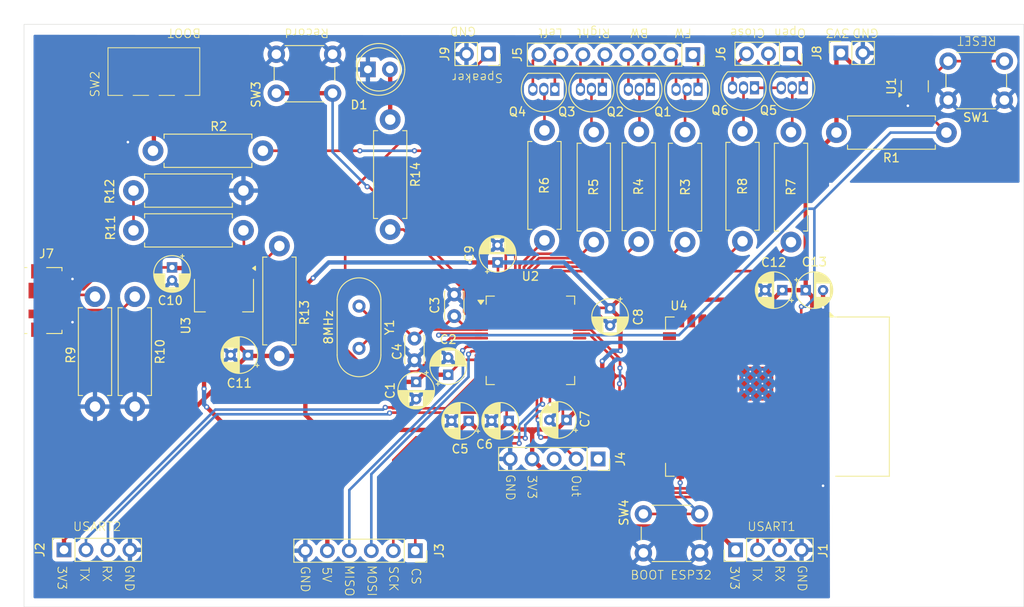
<source format=kicad_pcb>
(kicad_pcb (version 20240108) (generator "pcbnew") (generator_version "8.0")
  (layers (0 "F.Cu" signal) (31 "B.Cu" signal) (34 "B.Paste" user) (35 "F.Paste" user) (36 "B.SilkS" user "B.Silkscreen") (37 "F.SilkS" user "F.Silkscreen") (38 "B.Mask" user) (39 "F.Mask" user) (44 "Edge.Cuts" user))
  (net 0 "")
  (net 1 "+3.3V")
  (net 2 "GND")
  (net 3 "+5V")
  (net 4 "/USART1_TX")
  (net 5 "/USART1_RX")
  (net 6 "/USART2_TX")
  (net 7 "/USART2_RX")
  (net 8 "/SD MOSI")
  (net 9 "/SD MISO")
  (net 10 "/SD CS")
  (net 11 "/SD SCK")
  (net 12 "/audio")
  (net 15 "/Right_1")
  (net 16 "/Forward_1")
  (net 17 "/Backward_1")
  (net 18 "/Backward_2")
  (net 19 "/Forward_2")
  (net 20 "/Left_1")
  (net 21 "/Left_2")
  (net 22 "/Right_2")
  (net 23 "/Close_1")
  (net 24 "/Open_Close")
  (net 25 "/Open_1")
  (net 27 "Net-(J7-D+)")
  (net 28 "Net-(J7-D-)")
  (net 29 "Net-(Q1-B)")
  (net 30 "Net-(Q2-B)")
  (net 31 "Net-(Q3-B)")
  (net 32 "Net-(Q4-B)")
  (net 33 "Net-(Q5-B)")
  (net 34 "Net-(Q6-B)")
  (net 35 "/Reset")
  (net 36 "Net-(SW2-B)")
  (net 37 "Net-(R11-Pad2)")
  (net 38 "Net-(U3-ADJ)")
  (net 39 "Net-(U1-~{MR})")
  (net 49 "/Speaker")
  (net 68 "Net-(D1-A)")
  (net 102 "Net-(U2-PH0)")
  (net 103 "Net-(U2-PH1)")
  (net 104 "/Rover Forward")
  (net 105 "/Rover Backward")
  (net 106 "/Rover Right")
  (net 107 "/Rover Left")
  (net 108 "/Rover Open")
  (net 109 "/Rover Close")
  (net 110 "Net-(U2-PC13)")
  (net 111 "/BOOT STM32")
  (net 112 "/BOOT ESP32")
  (net 114 "unconnected-(R14-Pad2)")
  (footprint "Resistor_THT:R_Axial_DIN0411_L9.9mm_D3.6mm_P12.70mm_Horizontal" (layer "F.Cu") (at 130.4 67 90)
    (property "Reference" "R13")
    (property "Value" "470R")
  )
  (footprint "Connector_PinSocket_2.54mm:PinSocket_1x02_P2.54mm_Vertical" (layer "F.Cu") (at 195.26 32 90)
    (property "Reference" "J8")
    (property "Value" "Rover Power")
  )
  (footprint "Connector_PinHeader_2.54mm:PinHeader_1x04_P2.54mm_Vertical" (layer "F.Cu") (at 183.1 89.4 90)
    (property "Reference" "J1")
    (property "Value" "USART1")
  )
  (footprint "Capacitor_THT:CP_Radial_D4.0mm_P2.00mm" (layer "F.Cu") (at 156.9 74.5 180)
    (property "Reference" "C6")
    (property "Value" "0.1uF")
  )
  (footprint "Package_QFP:LQFP-64_10x10mm_P0.5mm" (layer "F.Cu") (at 159.4 65.2)
    (property "Reference" "U2")
    (property "Value" "STM32F401RETx")
  )
  (footprint "Package_TO_SOT_SMD:SOT-223-3_TabPin2" (layer "F.Cu") (at 124 60 -90)
    (property "Reference" "U3")
    (property "Value" "AMS1117")
  )
  (footprint "Button_Switch_THT:SW_PUSH_6mm" (layer "F.Cu") (at 130.05 32.15)
    (property "Reference" "SW3")
    (property "Value" "Recording")
  )
  (footprint "Connector_PinSocket_2.54mm:PinSocket_1x04_P2.54mm_Vertical" (layer "F.Cu") (at 105.52 89.4 90)
    (property "Reference" "J2")
    (property "Value" "USART2")
  )
  (footprint "Package_TO_SOT_THT:TO-92_Inline" (layer "F.Cu") (at 173.26 36.2 180)
    (property "Reference" "Q2")
    (property "Value" "~")
  )
  (footprint "Button_Switch_THT:SW_PUSH_6mm_H4.3mm" (layer "F.Cu") (at 214.15 37.45 180)
    (property "Reference" "SW1")
    (property "Value" "RESET")
  )
  (footprint "Package_TO_SOT_THT:TO-92_Inline" (layer "F.Cu") (at 167.72 36.2 180)
    (property "Reference" "Q3")
    (property "Value" "~")
  )
  (footprint "Resistor_THT:R_Axial_DIN0411_L9.9mm_D3.6mm_P12.70mm_Horizontal" (layer "F.Cu") (at 166.72 53.85 90)
    (property "Reference" "R5")
    (property "Value" "1k")
  )
  (footprint "Capacitor_THT:C_Disc_D3.0mm_W2.0mm_P2.50mm" (layer "F.Cu") (at 150.6 62.4 90)
    (property "Reference" "C3")
    (property "Value" "10pF")
  )
  (footprint "Package_TO_SOT_THT:TO-92_Inline" (layer "F.Cu") (at 162.22 36.2 180)
    (property "Reference" "Q4")
    (property "Value" "~")
  )
  (footprint "Resistor_THT:R_Axial_DIN0411_L9.9mm_D3.6mm_P12.70mm_Horizontal" (layer "F.Cu") (at 126.25 52.5 180)
    (property "Reference" "R11")
    (property "Value" "20R")
  )
  (footprint "Resistor_THT:R_Axial_DIN0411_L9.9mm_D3.6mm_P12.70mm_Horizontal" (layer "F.Cu") (at 171.92 53.8 90)
    (property "Reference" "R4")
    (property "Value" "1k")
  )
  (footprint "Capacitor_THT:CP_Radial_D4.0mm_P2.00mm" (layer "F.Cu") (at 188.5 59.4 180)
    (property "Reference" "C12")
    (property "Value" "22uF")
  )
  (footprint "Capacitor_THT:CP_Radial_D4.0mm_P2.00mm" (layer "F.Cu") (at 155.6 56.2 90)
    (property "Reference" "C9")
    (property "Value" "0.1uF")
  )
  (footprint "Connector_PinSocket_2.54mm:PinSocket_1x06_P2.54mm_Vertical" (layer "F.Cu") (at 146.1 89.5 -90)
    (property "Reference" "J3")
    (property "Value" "microSD Module")
  )
  (footprint "Capacitor_THT:CP_Radial_D4.0mm_P2.00mm" (layer "F.Cu") (at 163.5726 74.4 180)
    (property "Reference" "C7")
    (property "Value" "0.1uF")
  )
  (footprint "Package_TO_SOT_THT:TO-92_Inline" (layer "F.Cu") (at 185.285 36.025 180)
    (property "Reference" "Q6")
    (property "Value" "~")
  )
  (footprint "Resistor_THT:R_Axial_DIN0411_L9.9mm_D3.6mm_P12.70mm_Horizontal" (layer "F.Cu") (at 113.55 47.9)
    (property "Reference" "R12")
    (property "Value" "750R")
  )
  (footprint "Resistor_THT:R_Axial_DIN0411_L9.9mm_D3.6mm_P12.70mm_Horizontal" (layer "F.Cu") (at 189.5 53.85 90)
    (property "Reference" "R7")
    (property "Value" "1k")
  )
  (footprint "RF_Module:ESP32-S3-WROOM-1" (layer "F.Cu") (at 187.96 71.7 -90)
    (property "Reference" "U4")
    (property "Value" "ESP32-S3-WROOM-1")
  )
  (footprint "Resistor_THT:R_Axial_DIN0411_L9.9mm_D3.6mm_P12.70mm_Horizontal" (layer "F.Cu") (at 115.8 43.3)
    (property "Reference" "R2")
    (property "Value" "10k")
  )
  (footprint "Connector_PinSocket_2.54mm:PinSocket_1x08_P2.54mm_Vertical" (layer "F.Cu") (at 178.16 32.2 -90)
    (property "Reference" "J5")
    (property "Value" "Rover Directions")
  )
  (footprint "Package_TO_SOT_THT:TO-92_Inline" (layer "F.Cu") (at 190.915 36.025 180)
    (property "Reference" "Q5")
    (property "Value" "~")
  )
  (footprint "Resistor_THT:R_Axial_DIN0411_L9.9mm_D3.6mm_P12.70mm_Horizontal" (layer "F.Cu") (at 143.2 39.7 -90)
    (property "Reference" "R14")
    (property "Value" "1k")
  )
  (footprint "Resistor_THT:R_Axial_DIN0411_L9.9mm_D3.6mm_P12.70mm_Horizontal" (layer "F.Cu") (at 177.26 53.85 90)
    (property "Reference" "R3")
    (property "Value" "1k")
  )
  (footprint "Resistor_THT:R_Axial_DIN0411_L9.9mm_D3.6mm_P12.70mm_Horizontal" (layer "F.Cu") (at 183.9 53.75 90)
    (property "Reference" "R8")
    (property "Value" "1k")
  )
  (footprint "Package_TO_SOT_SMD:SOT-143" (layer "F.Cu") (at 203.8 35.85 90)
    (property "Reference" "U1")
    (property "Value" "MAX811SEUS+T")
  )
  (footprint "Resistor_THT:R_Axial_DIN0411_L9.9mm_D3.6mm_P12.70mm_Horizontal" (layer "F.Cu") (at 113.7 60.15 -90)
    (property "Reference" "R10")
    (property "Value" "20k")
  )
  (footprint "LED_THT:LED_D5.0mm" (layer "F.Cu") (at 140.625 33.9)
    (property "Reference" "D1")
    (property "Value" "Recording")
  )
  (footprint "Capacitor_THT:C_Disc_D3.0mm_W2.0mm_P2.50mm" (layer "F.Cu") (at 146 65 -90)
    (property "Reference" "C4")
    (property "Value" "10pF")
  )
  (footprint "Capacitor_THT:CP_Radial_D4.0mm_P2.00mm" (layer "F.Cu") (at 191.2 59.4)
    (property "Reference" "C13")
    (property "Value" "0.1uF")
  )
  (footprint "Capacitor_THT:CP_Radial_D4.0mm_P2.00mm" (layer "F.Cu") (at 146.2 70 -90)
    (property "Reference" "C1")
    (property "Value" "1uF")
  )
  (footprint "My_Personal:KLS7-SS-12F19-G5" (layer "F.Cu") (at 115.9 37.4)
    (property "Reference" "SW2")
    (property "Value" "BOOT")
  )
  (footprint "Capacitor_THT:CP_Radial_D4.0mm_P2.00mm" (layer "F.Cu") (at 126.7726 66.9 180)
    (property "Reference" "C11")
    (property "Value" "22uF")
  )
  (footprint "Capacitor_THT:CP_Radial_D4.0mm_P2.00mm" (layer "F.Cu") (at 149.9 69.1726 90)
    (property "Reference" "C2")
    (property "Value" "0.1uF")
  )
  (footprint "Crystal:Crystal_HC49-4H_Vertical" (layer "F.Cu") (at 139.6 61.25 -90)
    (property "Reference" "Y1")
    (property "Value" "8MHz")
  )
  (footprint "Capacitor_THT:CP_Radial_D4.0mm_P2.00mm" (layer "F.Cu") (at 152.2726 74.5 180)
    (property "Reference" "C5")
    (property "Value" "4.7uF")
  )
  (footprint "Connector_PinSocket_2.54mm:PinSocket_1x03_P2.54mm_Vertical" (layer "F.Cu") (at 189.44 32.1 -90)
    (property "Reference" "J6")
    (property "Value" "Rover Lid")
  )
  (footprint "Resistor_THT:R_Axial_DIN0411_L9.9mm_D3.6mm_P12.70mm_Horizontal" (layer "F.Cu") (at 207.45 41.2 180)
    (property "Reference" "R1")
    (property "Value" "100k")
  )
  (footprint "Connector_PinSocket_2.54mm:PinSocket_1x02_P2.54mm_Vertical" (layer "F.Cu") (at 154.55 32.125 -90)
    (property "Reference" "J9")
    (property "Value" "Rover Speaker")
  )
  (footprint "Resistor_THT:R_Axial_DIN0411_L9.9mm_D3.6mm_P12.70mm_Horizontal" (layer "F.Cu") (at 109.1 60.15 -90)
    (property "Reference" "R9")
    (property "Value" "20k")
  )
  (footprint "Connector_USB:USB_Micro-B_Molex_47346-0001" (layer "F.Cu") (at 103.575 60.6 -90)
    (property "Reference" "J7")
    (property "Value" "USB_B_Micro")
  )
  (footprint "Resistor_THT:R_Axial_DIN0411_L9.9mm_D3.6mm_P12.70mm_Horizontal" (layer "F.Cu") (at 161.02 53.65 90)
    (property "Reference" "R6")
    (property "Value" "1k")
  )
  (footprint "Capacitor_THT:CP_Radial_D4.0mm_P2.00mm" (layer "F.Cu") (at 168.6 61.5 -90)
    (property "Reference" "C8")
    (property "Value" "0.1uF")
  )
  (footprint "Capacitor_THT:CP_Radial_D4.0mm_P1.50mm" (layer "F.Cu") (at 118 56.777401 -90)
    (property "Reference" "C10")
    (property "Value" "10uF")
  )
  (footprint "Package_TO_SOT_THT:TO-92_Inline" (layer "F.Cu") (at 178.76 36.2 180)
    (property "Reference" "Q1")
    (property "Value" "~")
  )
  (footprint "Button_Switch_THT:SW_PUSH_6mm" (layer "F.Cu") (at 178.95 89.75 180)
    (property "Reference" "SW4")
    (property "Value" "Boot ESP32")
  )
  (footprint "Connector_PinSocket_2.54mm:PinSocket_1x05_P2.54mm_Vertical" (layer "F.Cu") (at 167.22 78.9 -90)
    (property "Reference" "J4")
    (property "Value" "MAX9814")
  )
  (gr_rect (start 100.9 28.7) (end 216.4 96) (stroke (width 0.05)) (fill none) (layer "Edge.Cuts"))
  (gr_text "Record" (at 136.2 29.1 180) (layer "F.SilkS") (effects (font (size 1 1) (thickness 0.1)) (justify left bottom)))
  (gr_text "GND" (at 132.8 91.2 -90) (layer "F.SilkS") (effects (font (size 1 1) (thickness 0.1)) (justify left bottom)))
  (gr_text "USART2" (at 106.5 87.3 0) (layer "F.SilkS") (effects (font (size 1 1) (thickness 0.1)) (justify left bottom)))
  (gr_text "MOSI" (at 140.5 91.1 -90) (layer "F.SilkS") (effects (font (size 1 1) (thickness 0.1)) (justify left bottom)))
  (gr_text "GND" (at 112.5 91.1 -90) (layer "F.SilkS") (effects (font (size 1 1) (thickness 0.1)) (justify left bottom)))
  (gr_text "RESET" (at 213.3 30 180) (layer "F.SilkS") (effects (font (size 1 1) (thickness 0.1)) (justify left bottom)))
  (gr_text "GND" (at 199.7 29.1 180) (layer "F.SilkS") (effects (font (size 1 1) (thickness 0.1)) (justify left bottom)))
  (gr_text "Speaker" (at 156.3 34.3 180) (layer "F.SilkS") (effects (font (size 1 1) (thickness 0.1)) (justify left bottom)))
  (gr_text "RX" (at 187.6 91.1 -90) (layer "F.SilkS") (effects (font (size 1 1) (thickness 0.1)) (justify left bottom)))
  (gr_text "3V3" (at 159 80.7 -90) (layer "F.SilkS") (effects (font (size 1 1) (thickness 0.1)) (justify left bottom)))
  (gr_text "Close" (at 186.6 29.1 180) (layer "F.SilkS") (effects (font (size 1 1) (thickness 0.1)) (justify left bottom)))
  (gr_text "BOOT ESP32" (at 170.9 92.9 0) (layer "F.SilkS") (effects (font (size 1 1) (thickness 0.1)) (justify left bottom)))
  (gr_text "GND" (at 153.2 28.9 180) (layer "F.SilkS") (effects (font (size 1 1) (thickness 0.1)) (justify left bottom)))
  (gr_text "3V3" (at 104.7 91.2 -90) (layer "F.SilkS") (effects (font (size 1 1) (thickness 0.1)) (justify left bottom)))
  (gr_text "Out" (at 164.1 80.7 -90) (layer "F.SilkS") (effects (font (size 1 1) (thickness 0.1)) (justify left bottom)))
  (gr_text "USART1" (at 184.4 87.3 0) (layer "F.SilkS") (effects (font (size 1 1) (thickness 0.1)) (justify left bottom)))
  (gr_text "5V" (at 135.3 91.3 270) (layer "F.SilkS") (effects (font (size 1 1) (thickness 0.1)) (justify left bottom)))
  (gr_text "BW" (at 173.1 29.1 180) (layer "F.SilkS") (effects (font (size 1 1) (thickness 0.1)) (justify left bottom)))
  (gr_text "TX" (at 107.3 91.3 -90) (layer "F.SilkS") (effects (font (size 1 1) (thickness 0.1)) (justify left bottom)))
  (gr_text "3V3" (at 182.4 91.2 -90) (layer "F.SilkS") (effects (font (size 1 1) (thickness 0.1)) (justify left bottom)))
  (gr_text "Right" (at 168.7 29.1 180) (layer "F.SilkS") (effects (font (size 1 1) (thickness 0.1)) (justify left bottom)))
  (gr_text "Left" (at 163.2 29.1 180) (layer "F.SilkS") (effects (font (size 1 1) (thickness 0.1)) (justify left bottom)))
  (gr_text "GND" (at 190.2 91.1 -90) (layer "F.SilkS") (effects (font (size 1 1) (thickness 0.1)) (justify left bottom)))
  (gr_text "FW" (at 178.1 29.1 180) (layer "F.SilkS") (effects (font (size 1 1) (thickness 0.1)) (justify left bottom)))
  (gr_text "3V3" (at 196.3 29.1 180) (layer "F.SilkS") (effects (font (size 1 1) (thickness 0.1)) (justify left bottom)))
  (gr_text "Open" (at 191.3 29.1 180) (layer "F.SilkS") (effects (font (size 1 1) (thickness 0.1)) (justify left bottom)))
  (gr_text "RX" (at 109.9 91.1 -90) (layer "F.SilkS") (effects (font (size 1 1) (thickness 0.1)) (justify left bottom)))
  (gr_text "TX" (at 185 91.3 -90) (layer "F.SilkS") (effects (font (size 1 1) (thickness 0.1)) (justify left bottom)))
  (gr_text "SCK" (at 143 91.2 -90) (layer "F.SilkS") (effects (font (size 1 1) (thickness 0.1)) (justify left bottom)))
  (gr_text "MISO" (at 137.9 91.1 -90) (layer "F.SilkS") (effects (font (size 1 1) (thickness 0.1)) (justify left bottom)))
  (gr_text "GND" (at 156.5 80.6 -90) (layer "F.SilkS") (effects (font (size 1 1) (thickness 0.1)) (justify left bottom)))
  (gr_text "BOOT" (at 121.4 29.1 180) (layer "F.SilkS") (effects (font (size 1 1) (thickness 0.1)) (justify left bottom)))
  (gr_text "CS" (at 145.6 91.4 -90) (layer "F.SilkS") (effects (font (size 1 1) (thickness 0.1)) (justify left bottom)))
  (segment (start 124 63.15) (end 124 56.85) (width 0.5) (layer "F.Cu") (net 1))
  (segment (start 194.75 41.2) (end 194.75 32.51) (width 0.5) (layer "F.Cu") (net 1))
  (segment (start 159.2 75.5) (end 159.6 75.9) (width 0.5) (layer "F.Cu") (net 1))
  (segment (start 133.9 70) (end 133.4 69.5) (width 0.5) (layer "F.Cu") (net 1))
  (segment (start 124 63.15) (end 124 64.1274) (width 0.5) (layer "F.Cu") (net 1))
  (segment (start 194.75 32.51) (end 195.26 32) (width 0.3) (layer "F.Cu") (net 1))
  (segment (start 156.65 70.875) (end 156.65 74.25) (width 0.3) (layer "F.Cu") (net 1))
  (segment (start 156.65 74.25) (end 156.9 74.5) (width 0.3) (layer "F.Cu") (net 1))
  (segment (start 159.6 75.9) (end 159.6 75.5) (width 0.5) (layer "F.Cu") (net 1))
  (segment (start 133.4 70) (end 133.4 70.5) (width 0.5) (layer "F.Cu") (net 1))
  (segment (start 165.075 61.45) (end 168.55 61.45) (width 0.3) (layer "F.Cu") (net 1))
  (segment (start 169.8 62.7) (end 169.8 66.4) (width 0.5) (layer "F.Cu") (net 1))
  (segment (start 168.6 61.5) (end 169.6 60.5) (width 0.5) (layer "F.Cu") (net 1))
  (segment (start 133.4 73.8) (end 135.15 75.55) (width 0.5) (layer "F.Cu") (net 1))
  (segment (start 162.4726 75.5) (end 163.5726 74.4) (width 0.5) (layer "F.Cu") (net 1))
  (segment (start 159.6 78.9) (end 159.6 75.9) (width 0.5) (layer "F.Cu") (net 1))
  (segment (start 149.9 69.1726) (end 147.0274 69.1726) (width 0.5) (layer "F.Cu") (net 1))
  (segment (start 157 74.5) (end 157.1726 74.5) (width 0.5) (layer "F.Cu") (net 1))
  (segment (start 155.8 75.6) (end 153.3726 75.6) (width 0.5) (layer "F.Cu") (net 1))
  (segment (start 153.725 67.45) (end 151.6226 67.45) (width 0.3) (layer "F.Cu") (net 1))
  (segment (start 157.9 75.5) (end 159.2 75.5) (width 0.5) (layer "F.Cu") (net 1))
  (segment (start 153.3726 75.6) (end 152.2726 74.5) (width 0.5) (layer "F.Cu") (net 1))
  (segment (start 155.15 61.45) (end 155.65 60.95) (width 0.3) (layer "F.Cu") (net 1))
  (segment (start 129.2 63.15) (end 129.2 63.1) (width 0.5) (layer "F.Cu") (net 1))
  (segment (start 133.4 69.5) (end 133.4 70) (width 0.5) (layer "F.Cu") (net 1))
  (segment (start 163.15 70.875) (end 163.15 73.9774) (width 0.3) (layer "F.Cu") (net 1))
  (segment (start 124 64.1274) (end 126.6726 66.8) (width 0.5) (layer "F.Cu") (net 1))
  (segment (start 152.4 56.2) (end 155.6 56.2) (width 0.5) (layer "F.Cu") (net 1))
  (segment (start 167.4 86.7) (end 159.6 78.9) (width 0.5) (layer "F.Cu") (net 1))
  (segment (start 163.15 73.9774) (end 163.5726 74.4) (width 0.3) (layer "F.Cu") (net 1))
  (segment (start 187.4 60.5) (end 188.5 59.4) (width 0.5) (layer "F.Cu") (net 1))
  (segment (start 155.65 56.25) (end 155.6 56.2) (width 0.3) (layer "F.Cu") (net 1))
  (segment (start 105.52 88.1526) (end 105.52 89.4) (width 0.5) (layer "F.Cu") (net 1))
  (segment (start 126.8726 67) (end 126.6726 66.8) (width 0.5) (layer "F.Cu") (net 1))
  (segment (start 134.1 70) (end 133.9 70) (width 0.5) (layer "F.Cu") (net 1))
  (segment (start 160.1 75.5) (end 162.4726 75.5) (width 0.5) (layer "F.Cu") (net 1))
  (segment (start 202.85 34.85) (end 198.11 34.85) (width 0.5) (layer "F.Cu") (net 1))
  (segment (start 130.4 67) (end 132.4 67) (width 0.5) (layer "F.Cu") (net 1))
  (segment (start 151.2226 75.55) (end 152.2726 74.5) (width 0.5) (layer "F.Cu") (net 1))
  (segment (start 135.15 75.55) (end 151.2226 75.55) (width 0.5) (layer "F.Cu") (net 1))
  (segment (start 129.2 63.1) (end 134.3 58) (width 0.5) (layer "F.Cu") (net 1))
  (segment (start 133.9 70) (end 133.4 70.5) (width 0.5) (layer "F.Cu") (net 1))
  (segment (start 152.2726 74.5) (end 152.2726 74.5726) (width 0.5) (layer "F.Cu") (net 1))
  (segment (start 133.4 68) (end 133.4 69.5) (width 0.5) (layer "F.Cu") (net 1))
  (segment (start 191.2 59.4) (end 191.95 60.15) (width 0.5) (layer "F.Cu") (net 1))
  (segment (start 198.11 34.85) (end 195.26 32) (width 0.5) (layer "F.Cu") (net 1))
  (segment (start 124 63.15) (end 129.2 63.15) (width 0.5) (layer "F.Cu") (net 1))
  (segment (start 146.2 70) (end 134.1 70) (width 0.5) (layer "F.Cu") (net 1))
  (segment (start 159.6 75.5) (end 160.1 75.5) (width 0.5) (layer "F.Cu") (net 1))
  (segment (start 153.725 61.45) (end 155.15 61.45) (width 0.3) (layer "F.Cu") (net 1))
  (segment (start 168.55 61.45) (end 168.6 61.5) (width 0.3) (layer "F.Cu") (net 1))
  (segment (start 156.9 74.5) (end 157.9 75.5) (width 0.5) (layer "F.Cu") (net 1))
  (segment (start 156.9 74.5) (end 155.8 75.6) (width 0.5) (layer "F.Cu") (net 1))
  (segment (start 147.0274 69.1726) (end 146.2 70) (width 0.5) (layer "F.Cu") (net 1))
  (segment (start 105.52 89.28) (end 105.52 89.4) (width 0.5) (layer "F.Cu") (net 1))
  (segment (start 133.4 70.5) (end 133.4 73.8) (width 0.5) (layer "F.Cu") (net 1))
  (segment (start 155.65 59.525) (end 155.65 56.25) (width 0.3) (layer "F.Cu") (net 1))
  (segment (start 159.6 75.9) (end 160 75.5) (width 0.5) (layer "F.Cu") (net 1))
  (segment (start 168.6 61.5) (end 169.8 62.7) (width 0.5) (layer "F.Cu") (net 1))
  (segment (start 191.2 44.75) (end 194.75 41.2) (width 0.5) (layer "F.Cu") (net 1))
  (segment (start 149.8 69.0726) (end 149.9 69.1726) (width 0.5) (layer "F.Cu") (net 1))
  (segment (start 183.1 89.4) (end 180.4 86.7) (width 0.5) (layer "F.Cu") (net 1))
  (segment (start 132.4 67) (end 133.4 68) (width 0.5) (layer "F.Cu") (net 1))
  (segment (start 191.95 60.15) (end 191.95 62.95) (width 0.5) (layer "F.Cu") (net 1))
  (segment (start 151.6226 67.45) (end 149.9 69.1726) (width 0.3) (layer "F.Cu") (net 1))
  (segment (start 130.4 67) (end 126.8726 67) (width 0.5) (layer "F.Cu") (net 1))
  (segment (start 159.2 75.5) (end 159.6 75.5) (width 0.5) (layer "F.Cu") (net 1))
  (segment (start 134.1 70) (end 133.4 70) (width 0.5) (layer "F.Cu") (net 1))
  (segment (start 191.2 59.4) (end 191.2 44.75) (width 0.5) (layer "F.Cu") (net 1))
  (segment (start 169.6 60.5) (end 187.4 60.5) (width 0.5) (layer "F.Cu") (net 1))
  (segment (start 167.7 67.6) (end 167.7 70.2726) (width 0.5) (layer "F.Cu") (net 1))
  (segment (start 118.9 51.75) (end 124 56.85) (width 0.5) (layer "F.Cu") (net 1))
  (segment (start 160 75.5) (end 160.1 75.5) (width 0.5) (layer "F.Cu") (net 1))
  (segment (start 118.9 37.4) (end 118.9 51.75) (width 0.5) (layer "F.Cu") (net 1))
  (segment (start 188.5 59.4) (end 191.2 59.4) (width 0.5) (layer "F.Cu") (net 1))
  (segment (start 126.7726 66.9) (end 105.52 88.1526) (width 0.5) (layer "F.Cu") (net 1))
  (segment (start 155.65 60.95) (end 155.65 59.525) (width 0.3) (layer "F.Cu") (net 1))
  (segment (start 180.4 86.7) (end 167.4 86.7) (width 0.5) (layer "F.Cu") (net 1))
  (segment (start 167.7 70.2726) (end 163.5726 74.4) (width 0.5) (layer "F.Cu") (net 1))
  (via (at 167.7 67.6) (size 0.6) (drill 0.3) (layers "F.Cu" "B.Cu") (net 1))
  (via (at 169.8 66.4) (size 0.6) (drill 0.3) (layers "F.Cu" "B.Cu") (net 1))
  (via (at 134.3 58) (size 0.6) (drill 0.3) (layers "F.Cu" "B.Cu") (net 1))
  (via (at 152.4 56.2) (size 0.6) (drill 0.3) (layers "F.Cu" "B.Cu") (net 1))
  (segment (start 163.3 56.2) (end 168.6 61.5) (width 0.5) (layer "B.Cu") (net 1))
  (segment (start 168.9 66.4) (end 167.7 67.6) (width 0.5) (layer "B.Cu") (net 1))
  (segment (start 169.8 66.4) (end 168.9 66.4) (width 0.5) (layer "B.Cu") (net 1))
  (segment (start 136.1 56.2) (end 134.3 58) (width 0.5) (layer "B.Cu") (net 1))
  (segment (start 155.6 56.2) (end 163.3 56.2) (width 0.5) (layer "B.Cu") (net 1))
  (segment (start 152.4 56.2) (end 136.1 56.2) (width 0.5) (layer "B.Cu") (net 1))
  (segment (start 104.95 63.0875) (end 106.4875 63.0875) (width 0.5) (layer "F.Cu") (net 2))
  (segment (start 161.39688 69.75) (end 162.40312 69.75) (width 0.3) (layer "F.Cu") (net 2))
  (segment (start 161.5726 74.4) (end 162.65 73.3226) (width 0.3) (layer "F.Cu") (net 2))
  (segment (start 106.5 58.1125) (end 104.95 58.1125) (width 0.5) (layer "F.Cu") (net 2))
  (segment (start 193.22 81.98) (end 193.2 82) (width 0.5) (layer "F.Cu") (net 2))
  (segment (start 193.2 59.4) (end 193.2 61.4) (width 0.5) (layer "F.Cu") (net 2))
  (segment (start 156.15 70.875) (end 156.15 73.25) (width 0.3) (layer "F.Cu") (net 2))
  (segment (start 193.2 62.93) (end 193.22 62.95) (width 0.5) (layer "F.Cu") (net 2))
  (segment (start 193.2 61.4) (end 193.2 62.93) (width 0.5) (layer "F.Cu") (net 2))
  (segment (start 102.375 57.225) (end 102.375 58.1) (width 0.5) (layer "F.Cu") (net 2))
  (segment (start 162.40312 69.75) (end 162.65 69.99688) (width 0.3) (layer "F.Cu") (net 2))
  (segment (start 156.15 68.49688) (end 156.15 70.875) (width 0.3) (layer "F.Cu") (net 2))
  (segment (start 193.22 80.45) (end 193.22 81.98) (width 0.5) (layer "F.Cu") (net 2))
  (segment (start 106.4875 63.0875) (end 106.5 63.1) (width 0.5) (layer "F.Cu") (net 2))
  (segment (start 105.035 61.9) (end 105.035 63.0025) (width 0.3) (layer "F.Cu") (net 2))
  (segment (start 102.3875 58.1125) (end 102.375 58.1) (width 0.5) (layer "F.Cu") (net 2))
  (segment (start 162.65 73.3226) (end 162.65 70.875) (width 0.3) (layer "F.Cu") (net 2))
  (segment (start 102.3875 63.0875) (end 102.375 63.1) (width 0.5) (layer "F.Cu") (net 2))
  (segment (start 154.60312 66.95) (end 156.15 68.49688) (width 0.3) (layer "F.Cu") (net 2))
  (segment (start 203.05 38.05) (end 203 38.1) (width 0.5) (layer "F.Cu") (net 2))
  (segment (start 161.15 70.875) (end 161.15 69.99688) (width 0.3) (layer "F.Cu") (net 2))
  (segment (start 153.725 66.95) (end 154.60312 66.95) (width 0.3) (layer "F.Cu") (net 2))
  (segment (start 156.15 59.525) (end 156.15 57.55) (width 0.3) (layer "F.Cu") (net 2))
  (segment (start 102.375 63.975) (end 102.375 63.1) (width 0.5) (layer "F.Cu") (net 2))
  (segment (start 156.15 57.55) (end 156.55 57.15) (width 0.3) (layer "F.Cu") (net 2))
  (segment (start 162.65 69.99688) (end 162.65 70.875) (width 0.3) (layer "F.Cu") (net 2))
  (segment (start 156.55 57.15) (end 156.55 55.15) (width 0.3) (layer "F.Cu") (net 2))
  (segment (start 165.075 61.95) (end 167.05 61.95) (width 0.3) (layer "F.Cu") (net 2))
  (segment (start 105.035 63.0025) (end 104.95 63.0875) (width 0.3) (layer "F.Cu") (net 2))
  (segment (start 156.55 55.15) (end 155.6 54.2) (width 0.3) (layer "F.Cu") (net 2))
  (segment (start 167.05 61.95) (end 168.6 63.5) (width 0.3) (layer "F.Cu") (net 2))
  (segment (start 102.375 59.45) (end 102.375 62.15) (width 0.5) (layer "F.Cu") (net 2))
  (segment (start 161.15 69.99688) (end 161.39688 69.75) (width 0.3) (layer "F.Cu") (net 2))
  (segment (start 203.05 36.85) (end 203.05 38.05) (width 0.5) (layer "F.Cu") (net 2))
  (segment (start 112.9 37.4) (end 112.9 42.3) (width 0.5) (layer "F.Cu") (net 2))
  (segment (start 102.375 63.1) (end 102.375 62.15) (width 0.5) (layer "F.Cu") (net 2))
  (segment (start 156.15 73.25) (end 154.9 74.5) (width 0.3) (layer "F.Cu") (net 2))
  (segment (start 104.95 63.0875) (end 102.3875 63.0875) (width 0.5) (layer "F.Cu") (net 2))
  (segment (start 102.375 58.1) (end 102.375 59.45) (width 0.5) (layer "F.Cu") (net 2))
  (segment (start 104.95 58.1125) (end 102.3875 58.1125) (width 0.5) (layer "F.Cu") (net 2))
  (via (at 203 38.1) (size 0.6) (drill 0.3) (layers "F.Cu" "B.Cu") (net 2))
  (via (at 193.2 82) (size 0.6) (drill 0.3) (layers "F.Cu" "B.Cu") (net 2))
  (via (at 193.2 61.4) (size 0.6) (drill 0.3) (layers "F.Cu" "B.Cu") (net 2))
  (via (at 106.5 58.1125) (size 0.6) (drill 0.3) (layers "F.Cu" "B.Cu") (net 2))
  (via (at 106.5 63.1) (size 0.6) (drill 0.3) (layers "F.Cu" "B.Cu") (net 2))
  (via (at 112.9 42.3) (size 0.6) (drill 0.3) (layers "F.Cu" "B.Cu") (net 2))
  (segment (start 121.7 62.199226) (end 121.7 56.85) (width 0.5) (layer "F.Cu") (net 3))
  (segment (start 107.757968 59.3) (end 110.280567 56.777401) (width 0.3) (layer "F.Cu") (net 3))
  (segment (start 121.65 62.249226) (end 121.7 62.199226) (width 0.5) (layer "F.Cu") (net 3))
  (segment (start 118.072599 56.85) (end 118 56.777401) (width 0.3) (layer "F.Cu") (net 3))
  (segment (start 121.7 56.85) (end 118.072599 56.85) (width 0.5) (layer "F.Cu") (net 3))
  (segment (start 135.94 86.84) (end 122 72.9) (width 0.5) (layer "F.Cu") (net 3))
  (segment (start 121.627401 56.777401) (end 121.7 56.85) (width 0.3) (layer "F.Cu") (net 3))
  (segment (start 121.7 64.100774) (end 121.65 64.050774) (width 0.5) (layer "F.Cu") (net 3))
  (segment (start 110.280567 56.777401) (end 118 56.777401) (width 0.3) (layer "F.Cu") (net 3))
  (segment (start 135.94 89.5) (end 135.94 86.84) (width 0.5) (layer "F.Cu") (net 3))
  (segment (start 121.7 70.8) (end 121.7 64.100774) (width 0.5) (layer "F.Cu") (net 3))
  (segment (start 105.035 59.3) (end 107.757968 59.3) (width 0.3) (layer "F.Cu") (net 3))
  (segment (start 121.65 64.050774) (end 121.65 62.249226) (width 0.5) (layer "F.Cu") (net 3))
  (via (at 121.7 70.8) (size 0.6) (drill 0.3) (layers "F.Cu" "B.Cu") (net 3))
  (via (at 122 72.9) (size 0.6) (drill 0.3) (layers "F.Cu" "B.Cu") (net 3))
  (segment (start 121.7 70.8) (end 121.7 72.6) (width 0.5) (layer "B.Cu") (net 3))
  (segment (start 121.7 72.6) (end 122 72.9) (width 0.5) (layer "B.Cu") (net 3))
  (segment (start 169 69) (end 169 69.7) (width 0.3) (layer "F.Cu") (net 4))
  (segment (start 169.699999 69.3) (end 169.3 69.3) (width 0.3) (layer "F.Cu") (net 4))
  (segment (start 169.699999 69.3) (end 169.4 69.3) (width 0.3) (layer "F.Cu") (net 4))
  (segment (start 169.4 69.3) (end 169 69.7) (width 0.3) (layer "F.Cu") (net 4))
  (segment (start 173.992893 83.3) (end 184.2 83.3) (width 0.3) (layer "F.Cu") (net 4))
  (segment (start 169.3 69.3) (end 169 69) (width 0.3) (layer "F.Cu") (net 4))
  (segment (start 170.4 78.292894) (end 170.4 69.7) (width 0.3) (layer "F.Cu") (net 4))
  (segment (start 174.407106 82.3) (end 170.4 78.292894) (width 0.3) (layer "F.Cu") (net 4))
  (segment (start 170 69.3) (end 169.699999 69.3) (width 0.3) (layer "F.Cu") (net 4))
  (segment (start 188.14 81.5) (end 187.34 82.3) (width 0.3) (layer "F.Cu") (net 4))
  (segment (start 169 67.3) (end 166.15 64.45) (width 0.3) (layer "F.Cu") (net 4))
  (segment (start 169 69.7) (end 169 78.307107) (width 0.3) (layer "F.Cu") (net 4))
  (segment (start 187.34 82.3) (end 174.407106 82.3) (width 0.3) (layer "F.Cu") (net 4))
  (segment (start 169 78.307107) (end 173.992893 83.3) (width 0.3) (layer "F.Cu") (net 4))
  (segment (start 169.699999 69.3) (end 169 69.3) (width 0.3) (layer "F.Cu") (net 4))
  (segment (start 188.14 80.45) (end 188.14 81.5) (width 0.3) (layer "F.Cu") (net 4))
  (segment (start 169 68.6) (end 169 67.3) (width 0.3) (layer "F.Cu") (net 4))
  (segment (start 166.15 64.45) (end 165.075 64.45) (width 0.3) (layer "F.Cu") (net 4))
  (segment (start 184.2 83.3) (end 185.64 84.74) (width 0.3) (layer "F.Cu") (net 4))
  (segment (start 170.4 69.7) (end 170 69.3) (width 0.3) (layer "F.Cu") (net 4))
  (segment (start 169 68.6) (end 169 69) (width 0.3) (layer "F.Cu") (net 4))
  (segment (start 185.64 84.74) (end 185.64 89.4) (width 0.3) (layer "F.Cu") (net 4))
  (segment (start 188.18 83.2) (end 188.18 83.18) (width 0.3) (layer "F.Cu") (net 5))
  (segment (start 165.075 63.95) (end 166.357106 63.95) (width 0.3) (layer "F.Cu") (net 5))
  (segment (start 174.2 82.8) (end 169.69038 78.29038) (width 0.3) (layer "F.Cu") (net 5))
  (segment (start 188.18 89.4) (end 188.18 83.2) (width 0.3) (layer "F.Cu") (net 5))
  (segment (start 186.7 82.8) (end 174.2 82.8) (width 0.3) (layer "F.Cu") (net 5))
  (segment (start 166.357106 63.95) (end 166.803553 64.396447) (width 0.3) (layer "F.Cu") (net 5))
  (segment (start 188.5 82.8) (end 189.41 81.89) (width 0.3) (layer "F.Cu") (net 5))
  (segment (start 188.18 83.2) (end 188.18 83.12) (width 0.3) (layer "F.Cu") (net 5))
  (segment (start 166.803553 64.396447) (end 169.75 67.342894) (width 0.3) (layer "F.Cu") (net 5))
  (segment (start 169.75 67.342894) (end 169.75 68.4) (width 0.3) (layer "F.Cu") (net 5))
  (segment (start 188.18 83.18) (end 187.8 82.8) (width 0.3) (layer "F.Cu") (net 5))
  (segment (start 169.69038 78.29038) (end 169.69038 70.20962) (width 0.3) (layer "F.Cu") (net 5))
  (segment (start 189.41 81.89) (end 189.41 80.45) (width 0.3) (layer "F.Cu") (net 5))
  (segment (start 186.7 82.8) (end 188.5 82.8) (width 0.3) (layer "F.Cu") (net 5))
  (segment (start 188.18 83.12) (end 188.5 82.8) (width 0.3) (layer "F.Cu") (net 5))
  (segment (start 187.8 82.8) (end 186.7 82.8) (width 0.3) (layer "F.Cu") (net 5))
  (via (at 169.75 68.4) (size 0.6) (drill 0.3) (layers "F.Cu" "B.Cu") (net 5))
  (via (at 169.69038 70.20962) (size 0.6) (drill 0.3) (layers "F.Cu" "B.Cu") (net 5))
  (segment (start 169.75 68.4) (end 169.75 70.15) (width 0.3) (layer "B.Cu") (net 5))
  (segment (start 169.75 70.15) (end 169.69038 70.20962) (width 0.3) (layer "B.Cu") (net 5))
  (segment (start 142.63076 72.95) (end 143.398409 72.95) (width 0.3) (layer "F.Cu") (net 6))
  (segment (start 143.398409 72.95) (end 143.498409 73.05) (width 0.3) (layer "F.Cu") (net 6))
  (segment (start 143.498409 73.05) (end 149.625 73.05) (width 0.3) (layer "F.Cu") (net 6))
  (segment (start 149.625 73.05) (end 153.725 68.95) (width 0.3) (layer "F.Cu") (net 6))
  (via (at 142.63076 72.95) (size 0.6) (drill 0.3) (layers "F.Cu" "B.Cu") (net 6))
  (segment (start 123 73.2) (end 108.06 88.14) (width 0.3) (layer "B.Cu") (net 6))
  (segment (start 142.38076 73.2) (end 123 73.2) (width 0.3) (layer "B.Cu") (net 6))
  (segment (start 108.06 88.14) (end 108.06 89.4) (width 0.3) (layer "B.Cu") (net 6))
  (segment (start 142.63076 72.95) (end 142.38076 73.2) (width 0.3) (layer "B.Cu") (net 6))
  (segment (start 154.25 73.55) (end 155.65 72.15) (width 0.3) (layer "F.Cu") (net 7))
  (segment (start 143.12917 73.6) (end 143.17917 73.55) (width 0.3) (layer "F.Cu") (net 7))
  (segment (start 155.65 72.15) (end 155.65 70.875) (width 0.3) (layer "F.Cu") (net 7))
  (segment (start 143.17917 73.55) (end 154.25 73.55) (width 0.3) (layer "F.Cu") (net 7))
  (via (at 143.12917 73.6) (size 0.6) (drill 0.3) (layers "F.Cu" "B.Cu") (net 7))
  (segment (start 143.12917 73.6) (end 142.98879 73.74038) (width 0.3) (layer "B.Cu") (net 7))
  (segment (start 123.166726 73.74038) (end 110.6 86.307106) (width 0.3) (layer "B.Cu") (net 7))
  (segment (start 110.6 86.307106) (end 110.6 89.4) (width 0.3) (layer "B.Cu") (net 7))
  (segment (start 142.98879 73.74038) (end 123.166726 73.74038) (width 0.3) (layer "B.Cu") (net 7))
  (segment (start 152.6 66.45) (end 153.725 66.45) (width 0.3) (layer "F.Cu") (net 8))
  (segment (start 152.25 66.8) (end 152.6 66.45) (width 0.3) (layer "F.Cu") (net 8))
  (via (at 152.25 66.8) (size 0.6) (drill 0.3) (layers "F.Cu" "B.Cu") (net 8))
  (segment (start 152.25 69.429706) (end 141.02 80.659706) (width 0.3) (layer "B.Cu") (net 8))
  (segment (start 152.25 66.8) (end 152.25 69.429706) (width 0.3) (layer "B.Cu") (net 8))
  (segment (start 141.02 80.659706) (end 141.02 89.5) (width 0.3) (layer "B.Cu") (net 8))
  (segment (start 151.999392 65.95) (end 153.725 65.95) (width 0.3) (layer "F.Cu") (net 9))
  (segment (start 151.568671 66.380721) (end 151.999392 65.95) (width 0.3) (layer "F.Cu") (net 9))
  (via (at 151.568671 66.380721) (size 0.6) (drill 0.3) (layers "F.Cu" "B.Cu") (net 9))
  (segment (start 151.6 66.41205) (end 151.6 69.3726) (width 0.3) (layer "B.Cu") (net 9))
  (segment (start 151.6 69.3726) (end 138.48 82.4926) (width 0.3) (layer "B.Cu") (net 9))
  (segment (start 151.568671 66.380721) (end 151.6 66.41205) (width 0.3) (layer "B.Cu") (net 9))
  (segment (start 138.48 82.4926) (end 138.48 89.5) (width 0.3) (layer "B.Cu") (net 9))
  (segment (start 160.65 72.430762) (end 160.8 72.580762) (width 0.3) (layer "F.Cu") (net 10))
  (segment (start 158.1 77.1) (end 148.3 77.1) (width 0.3) (layer "F.Cu") (net 10))
  (segment (start 160.65 70.875) (end 160.65 72.430762) (width 0.3) (layer "F.Cu") (net 10))
  (segment (start 148.3 77.1) (end 146.1 79.3) (width 0.3) (layer "F.Cu") (net 10))
  (segment (start 146.1 79.3) (end 146.1 89.5) (width 0.3) (layer "F.Cu") (net 10))
  (via (at 158.1 77.1) (size 0.6) (drill 0.3) (layers "F.Cu" "B.Cu") (net 10))
  (via (at 160.8 72.580762) (size 0.6) (drill 0.3) (layers "F.Cu" "B.Cu") (net 10))
  (segment (start 160.492893 72.580762) (end 160.8 72.580762) (width 0.3) (layer "B.Cu") (net 10))
  (segment (start 158.1 77.1) (end 158.1 74.973655) (width 0.3) (layer "B.Cu") (net 10))
  (segment (start 158.1 74.973655) (end 160.492893 72.580762) (width 0.3) (layer "B.Cu") (net 10))
  (segment (start 158.8 76.5) (end 158.7 76.4) (width 0.3) (layer "F.Cu") (net 11))
  (segment (start 143.56 79.04) (end 143.56 89.5) (width 0.3) (layer "F.Cu") (net 11))
  (segment (start 146.2 76.4) (end 143.56 79.04) (width 0.3) (layer "F.Cu") (net 11))
  (segment (start 161.65 72.65) (end 161.65 70.875) (width 0.3) (layer "F.Cu") (net 11))
  (segment (start 158.7 76.4) (end 146.2 76.4) (width 0.3) (layer "F.Cu") (net 11))
  (via (at 161.65 72.65) (size 0.6) (drill 0.3) (layers "F.Cu" "B.Cu") (net 11))
  (via (at 158.8 76.5) (size 0.6) (drill 0.3) (layers "F.Cu" "B.Cu") (net 11))
  (segment (start 158.8 76.5) (end 158.8 74.980761) (width 0.3) (layer "B.Cu") (net 11))
  (segment (start 160.9 73.4) (end 161.65 72.65) (width 0.3) (layer "B.Cu") (net 11))
  (segment (start 160.380761 73.4) (end 160.9 73.4) (width 0.3) (layer "B.Cu") (net 11))
  (segment (start 158.8 74.980761) (end 160.380761 73.4) (width 0.3) (layer "B.Cu") (net 11))
  (segment (start 160.3 74.4) (end 160.15 74.25) (width 0.3) (layer "F.Cu") (net 12))
  (segment (start 160.15 74.25) (end 160.15 70.875) (width 0.3) (layer "F.Cu") (net 12))
  (segment (start 160.6 76.4) (end 162.18 76.4) (width 0.3) (layer "F.Cu") (net 12))
  (segment (start 162.18 76.4) (end 164.68 78.9) (width 0.3) (layer "F.Cu") (net 12))
  (via (at 160.3 74.4) (size 0.6) (drill 0.3) (layers "F.Cu" "B.Cu") (net 12))
  (via (at 160.6 76.4) (size 0.6) (drill 0.3) (layers "F.Cu" "B.Cu") (net 12))
  (segment (start 160.6 76.4) (end 160.3 76.1) (width 0.3) (layer "B.Cu") (net 12))
  (segment (start 160.3 76.1) (end 160.3 74.4) (width 0.3) (layer "B.Cu") (net 12))
  (segment (start 167.72 32.48) (end 168 32.2) (width 0.3) (layer "F.Cu") (net 15))
  (segment (start 167.72 36.2) (end 167.72 32.48) (width 0.3) (layer "F.Cu") (net 15))
  (segment (start 178.76 32.8) (end 178.76 36.2) (width 0.3) (layer "F.Cu") (net 16))
  (segment (start 178.16 32.2) (end 178.76 32.8) (width 0.3) (layer "F.Cu") (net 16))
  (segment (start 173.08 36.02) (end 173.26 36.2) (width 0.3) (layer "F.Cu") (net 17))
  (segment (start 173.08 32.2) (end 173.08 36.02) (width 0.3) (layer "F.Cu") (net 17))
  (segment (start 170.72 36.2) (end 170.72 32.38) (width 0.3) (layer "F.Cu") (net 18))
  (segment (start 170.72 32.38) (end 170.54 32.2) (width 0.3) (layer "F.Cu") (net 18))
  (segment (start 176.22 36.2) (end 176.22 32.8) (width 0.3) (layer "F.Cu") (net 19))
  (segment (start 176.22 32.8) (end 175.62 32.2) (width 0.3) (layer "F.Cu") (net 19))
  (segment (start 162.22 36.2) (end 162.22 32.9) (width 0.3) (layer "F.Cu") (net 20))
  (segment (start 162.22 32.9) (end 162.92 32.2) (width 0.3) (layer "F.Cu") (net 20))
  (segment (start 159.68 32.9) (end 160.38 32.2) (width 0.3) (layer "F.Cu") (net 21))
  (segment (start 159.68 36.2) (end 159.68 32.9) (width 0.3) (layer "F.Cu") (net 21))
  (segment (start 165.18 36.2) (end 165.18 32.48) (width 0.3) (layer "F.Cu") (net 22))
  (segment (start 165.18 32.48) (end 165.46 32.2) (width 0.3) (layer "F.Cu") (net 22))
  (segment (start 182.745 33.715) (end 184.36 32.1) (width 0.3) (layer "F.Cu") (net 23))
  (segment (start 182.745 36.025) (end 182.745 33.715) (width 0.3) (layer "F.Cu") (net 23))
  (segment (start 186.9 35.5) (end 186.9 35.925) (width 0.3) (layer "F.Cu") (net 24))
  (segment (start 186.9 35.5) (end 186.9 35.725) (width 0.3) (layer "F.Cu") (net 24))
  (segment (start 186.9 35.925) (end 186.8 36.025) (width 0.3) (layer "F.Cu") (net 24))
  (segment (start 186.8 36.025) (end 187.2 36.025) (width 0.3) (layer "F.Cu") (net 24))
  (segment (start 186.6 36.025) (end 186.8 36.025) (width 0.3) (layer "F.Cu") (net 24))
  (segment (start 186.9 35.725) (end 186.6 36.025) (width 0.3) (layer "F.Cu") (net 24))
  (segment (start 186.9 35.725) (end 187.2 36.025) (width 0.3) (layer "F.Cu") (net 24))
  (segment (start 185.285 36.025) (end 186.6 36.025) (width 0.3) (layer "F.Cu") (net 24))
  (segment (start 186.9 32.1) (end 186.9 35.5) (width 0.3) (layer "F.Cu") (net 24))
  (segment (start 187.2 36.025) (end 188.375 36.025) (width 0.3) (layer "F.Cu") (net 24))
  (segment (start 189.44 32.1) (end 190.915 33.575) (width 0.3) (layer "F.Cu") (net 25))
  (segment (start 190.915 33.575) (end 190.915 36.025) (width 0.3) (layer "F.Cu") (net 25))
  (segment (start 112.15 61.7) (end 113.7 60.15) (width 0.3) (layer "F.Cu") (net 27))
  (segment (start 107.325 61.7) (end 112.15 61.7) (width 0.3) (layer "F.Cu") (net 27))
  (segment (start 106.225 60.6) (end 107.325 61.7) (width 0.3) (layer "F.Cu") (net 27))
  (segment (start 105.035 60.6) (end 106.225 60.6) (width 0.3) (layer "F.Cu") (net 27))
  (segment (start 105.035 59.95) (end 108.9 59.95) (width 0.3) (layer "F.Cu") (net 28))
  (segment (start 108.9 59.95) (end 109.1 60.15) (width 0.3) (layer "F.Cu") (net 28))
  (segment (start 177.26 36.43) (end 177.49 36.2) (width 0.3) (layer "F.Cu") (net 29))
  (segment (start 177.26 41.15) (end 177.26 36.43) (width 0.3) (layer "F.Cu") (net 29))
  (segment (start 171.99 36.2) (end 171.99 41.03) (width 0.3) (layer "F.Cu") (net 30))
  (segment (start 171.99 41.03) (end 171.92 41.1) (width 0.3) (layer "F.Cu") (net 30))
  (segment (start 166.45 36.2) (end 166.45 40.88) (width 0.3) (layer "F.Cu") (net 31))
  (segment (start 166.45 40.88) (end 166.72 41.15) (width 0.3) (layer "F.Cu") (net 31))
  (segment (start 161.02 36.27) (end 160.95 36.2) (width 0.3) (layer "F.Cu") (net 32))
  (segment (start 161.02 40.95) (end 161.02 36.27) (width 0.3) (layer "F.Cu") (net 32))
  (segment (start 189.645 41.005) (end 189.5 41.15) (width 0.3) (layer "F.Cu") (net 33))
  (segment (start 189.645 36.025) (end 189.645 41.005) (width 0.3) (layer "F.Cu") (net 33))
  (segment (start 184.015 36.025) (end 184.015 40.935) (width 0.3) (layer "F.Cu") (net 34))
  (segment (start 184.015 40.935) (end 183.9 41.05) (width 0.3) (layer "F.Cu") (net 34))
  (segment (start 190.68 62.95) (end 190.68 61.32) (width 0.3) (layer "F.Cu") (net 35))
  (segment (start 204.75 36.85) (end 204.75 38.5) (width 0.3) (layer "F.Cu") (net 35))
  (segment (start 148.8 64.6) (end 148.95 64.45) (width 0.3) (layer "F.Cu") (net 35))
  (segment (start 204.75 38.5) (end 207.45 41.2) (width 0.3) (layer "F.Cu") (net 35))
  (segment (start 148.95 64.45) (end 153.725 64.45) (width 0.3) (layer "F.Cu") (net 35))
  (segment (start 190.68 61.32) (end 190.7 61.3) (width 0.3) (layer "F.Cu") (net 35))
  (via (at 190.7 61.3) (size 0.6) (drill 0.3) (layers "F.Cu" "B.Cu") (net 35))
  (via (at 148.8 64.6) (size 0.6) (drill 0.3) (layers "F.Cu" "B.Cu") (net 35))
  (segment (start 191.1601 49.997868) (end 192.2 49.997868) (width 0.3) (layer "B.Cu") (net 35))
  (segment (start 191.2 61.3) (end 192.2 60.3) (width 0.3) (layer "B.Cu") (net 35))
  (segment (start 148.8 64.6) (end 176.557968 64.6) (width 0.3) (layer "B.Cu") (net 35))
  (segment (start 200.997868 41.2) (end 207.45 41.2) (width 0.3) (layer "B.Cu") (net 35))
  (segment (start 192.2 49.997868) (end 200.997868 41.2) (width 0.3) (layer "B.Cu") (net 35))
  (segment (start 192.2 60.3) (end 192.2 49.997868) (width 0.3) (layer "B.Cu") (net 35))
  (segment (start 176.557968 64.6) (end 191.1601 49.997868) (width 0.3) (layer "B.Cu") (net 35))
  (segment (start 190.7 61.3) (end 191.2 61.3) (width 0.3) (layer "B.Cu") (net 35))
  (segment (start 115.9 43.2) (end 115.8 43.3) (width 0.5) (layer "F.Cu") (net 36))
  (segment (start 115.9 37.4) (end 115.9 43.2) (width 0.5) (layer "F.Cu") (net 36))
  (segment (start 113.55 52.5) (end 113.55 47.9) (width 0.3) (layer "F.Cu") (net 37))
  (segment (start 127.85 56.85) (end 126.3 56.85) (width 0.3) (layer "F.Cu") (net 38))
  (segment (start 126.3 52.55) (end 126.25 52.5) (width 0.5) (layer "F.Cu") (net 38))
  (segment (start 126.3 56.85) (end 126.3 52.55) (width 0.3) (layer "F.Cu") (net 38))
  (segment (start 130.4 54.3) (end 127.85 56.85) (width 0.3) (layer "F.Cu") (net 38))
  (segment (start 205.75 34.85) (end 204.75 34.85) (width 0.3) (layer "F.Cu") (net 39))
  (segment (start 207.65 32.95) (end 205.75 34.85) (width 0.3) (layer "F.Cu") (net 39))
  (segment (start 207.65 32.95) (end 214.15 32.95) (width 0.3) (layer "F.Cu") (net 39))
  (segment (start 153.725 64.95) (end 150.15 64.95) (width 0.3) (layer "F.Cu") (net 49))
  (segment (start 138 66.085635) (end 138 48.675) (width 0.3) (layer "F.Cu") (net 49))
  (segment (start 150.15 64.95) (end 147.15 67.95) (width 0.3) (layer "F.Cu") (net 49))
  (segment (start 138 48.675) (end 154.55 32.125) (width 0.3) (layer "F.Cu") (net 49))
  (segment (start 140.714365 68.8) (end 138 66.085635) (width 0.3) (layer "F.Cu") (net 49))
  (segment (start 147.15 67.976346) (end 146.326346 68.8) (width 0.3) (layer "F.Cu") (net 49))
  (segment (start 146.326346 68.8) (end 140.714365 68.8) (width 0.3) (layer "F.Cu") (net 49))
  (segment (start 147.15 67.95) (end 147.15 67.976346) (width 0.3) (layer "F.Cu") (net 49))
  (segment (start 143.2 34) (end 143.2 39.2) (width 0.5) (layer "F.Cu") (net 68))
  (segment (start 143.2 39.2) (end 143.1 39.3) (width 0.5) (layer "F.Cu") (net 68))
  (segment (start 150.6 62.4) (end 149.55 63.45) (width 0.3) (layer "F.Cu") (net 102))
  (segment (start 151.65 63.45) (end 152.1 63.45) (width 0.3) (layer "F.Cu") (net 102))
  (segment (start 149.55 63.45) (end 148.9 63.45) (width 0.3) (layer "F.Cu") (net 102))
  (segment (start 139.6 61.25) (end 141.8 63.45) (width 0.3) (layer "F.Cu") (net 102))
  (segment (start 152.1 63.45) (end 153.725 63.45) (width 0.3) (layer "F.Cu") (net 102))
  (segment (start 141.8 63.45) (end 148.9 63.45) (width 0.3) (layer "F.Cu") (net 102))
  (segment (start 150.6 62.4) (end 151.65 63.45) (width 0.3) (layer "F.Cu") (net 102))
  (segment (start 144 63.95) (end 142.4 63.95) (width 0.3) (layer "F.Cu") (net 103))
  (segment (start 147.05 63.95) (end 147.4 63.95) (width 0.3) (layer "F.Cu") (net 103))
  (segment (start 144.95 63.95) (end 144 63.95) (width 0.3) (layer "F.Cu") (net 103))
  (segment (start 153.725 63.95) (end 147.4 63.95) (width 0.3) (layer "F.Cu") (net 103))
  (segment (start 139.6 66.13) (end 141.78 63.95) (width 0.3) (layer "F.Cu") (net 103))
  (segment (start 146 65) (end 144.95 63.95) (width 0.3) (layer "F.Cu") (net 103))
  (segment (start 146 65) (end 147.05 63.95) (width 0.3) (layer "F.Cu") (net 103))
  (segment (start 141.78 63.95) (end 142.4 63.95) (width 0.3) (layer "F.Cu") (net 103))
  (segment (start 159.65 57.15) (end 160.6 56.2) (width 0.3) (layer "F.Cu") (net 104))
  (segment (start 160.6 56.2) (end 174.91 56.2) (width 0.3) (layer "F.Cu") (net 104))
  (segment (start 159.65 59.525) (end 159.65 57.15) (width 0.3) (layer "F.Cu") (net 104))
  (segment (start 174.91 56.2) (end 177.26 53.85) (width 0.3) (layer "F.Cu") (net 104))
  (segment (start 159.15 56.934212) (end 160.384212 55.7) (width 0.3) (layer "F.Cu") (net 105))
  (segment (start 160.384212 55.7) (end 170.02 55.7) (width 0.3) (layer "F.Cu") (net 105))
  (segment (start 170.02 55.7) (end 171.92 53.8) (width 0.3) (layer "F.Cu") (net 105))
  (segment (start 159.15 59.525) (end 159.15 56.934212) (width 0.3) (layer "F.Cu") (net 105))
  (segment (start 158.65 56.727106) (end 160.177106 55.2) (width 0.3) (layer "F.Cu") (net 106))
  (segment (start 160.177106 55.2) (end 165.37 55.2) (width 0.3) (layer "F.Cu") (net 106))
  (segment (start 158.65 59.525) (end 158.65 56.727106) (width 0.3) (layer "F.Cu") (net 106))
  (segment (start 165.37 55.2) (end 166.72 53.85) (width 0.3) (layer "F.Cu") (net 106))
  (segment (start 158.15 56.52) (end 158.15 59.525) (width 0.3) (layer "F.Cu") (net 107))
  (segment (start 161.02 53.65) (end 158.15 56.52) (width 0.3) (layer "F.Cu") (net 107))
  (segment (start 161.65 59.525) (end 161.65 57.757106) (width 0.3) (layer "F.Cu") (net 108))
  (segment (start 161.65 57.757106) (end 162.207106 57.2) (width 0.3) (layer "F.Cu") (net 108))
  (segment (start 186.15 57.2) (end 189.5 53.85) (width 0.3) (layer "F.Cu") (net 108))
  (segment (start 162.207106 57.2) (end 186.15 57.2) (width 0.3) (layer "F.Cu") (net 108))
  (segment (start 161.15 59.525) (end 161.15 57.55) (width 0.3) (layer "F.Cu") (net 109))
  (segment (start 180.95 56.7) (end 183.9 53.75) (width 0.3) (layer "F.Cu") (net 109))
  (segment (start 161.15 57.55) (end 162 56.7) (width 0.3) (layer "F.Cu") (net 109))
  (segment (start 162 56.7) (end 180.95 56.7) (width 0.3) (layer "F.Cu") (net 109))
  (segment (start 152.84688 61.95) (end 153.725 61.95) (width 0.3) (layer "F.Cu") (net 110))
  (segment (start 140.55 47.45) (end 140.75 47.45) (width 0.3) (layer "F.Cu") (net 110))
  (segment (start 140.75 47.45) (end 152.4 59.1) (width 0.3) (layer "F.Cu") (net 110))
  (segment (start 130.05 36.65) (end 136.55 36.65) (width 0.5) (layer "F.Cu") (net 110))
  (segment (start 152.4 61.50312) (end 152.84688 61.95) (width 0.3) (layer "F.Cu") (net 110))
  (segment (start 152.4 59.1) (end 152.4 61.50312) (width 0.3) (layer "F.Cu") (net 110))
  (via (at 140.55 47.45) (size 0.6) (drill 0.3) (layers "F.Cu" "B.Cu") (net 110))
  (segment (start 136.55 43.45) (end 136.55 36.65) (width 0.3) (layer "B.Cu") (net 110))
  (segment (start 140.55 47.45) (end 136.55 43.45) (width 0.3) (layer "B.Cu") (net 110))
  (segment (start 146 43.3) (end 151.35 43.3) (width 0.3) (layer "F.Cu") (net 111))
  (segment (start 157.65 49.6) (end 157.65 59.525) (width 0.3) (layer "F.Cu") (net 111))
  (segment (start 151.35 43.3) (end 157.65 49.6) (width 0.3) (layer "F.Cu") (net 111))
  (segment (start 128.5 43.3) (end 139.7 43.3) (width 0.3) (layer "F.Cu") (net 111))
  (via (at 139.7 43.3) (size 0.6) (drill 0.3) (layers "F.Cu" "B.Cu") (net 111))
  (via (at 146 43.3) (size 0.6) (drill 0.3) (layers "F.Cu" "B.Cu") (net 111))
  (segment (start 139.7 43.3) (end 146 43.3) (width 0.3) (layer "B.Cu") (net 111))
  (segment (start 176.71 66.185) (end 176.71 80.45) (width 0.3) (layer "F.Cu") (net 112))
  (segment (start 176.51 65.985) (end 176.71 66.185) (width 0.3) (layer "F.Cu") (net 112))
  (segment (start 175.46 65.985) (end 176.51 65.985) (width 0.3) (layer "F.Cu") (net 112))
  (segment (start 176.71 80.45) (end 176.71 81.64) (width 0.3) (layer "F.Cu") (net 112))
  (segment (start 176.71 81.64) (end 176.7 81.65) (width 0.3) (layer "F.Cu") (net 112))
  (segment (start 172.45 85.25) (end 178.95 85.25) (width 0.3) (layer "F.Cu") (net 112))
  (via (at 176.7 81.65) (size 0.6) (drill 0.3) (layers "F.Cu" "B.Cu") (net 112))
  (segment (start 176.7 83) (end 178.95 85.25) (width 0.3) (layer "B.Cu") (net 112))
  (segment (start 176.7 81.65) (end 176.7 83) (width 0.3) (layer "B.Cu") (net 112))
  (segment (start 151.75 59.423654) (end 144.726346 52.4) (width 0.3) (layer "F.Cu") (net 114))
  (segment (start 151.75 61.95) (end 151.75 59.423654) (width 0.3) (layer "F.Cu") (net 114))
  (segment (start 144.726346 52.4) (end 143.2 52.4) (width 0.3) (layer "F.Cu") (net 114))
  (segment (start 152.25 62.45) (end 151.75 61.95) (width 0.3) (layer "F.Cu") (net 114))
  (segment (start 153.725 62.45) (end 152.25 62.45) (width 0.3) (layer "F.Cu") (net 114))
  (zone (net 2) (net_name "GND") (layer "B.Cu") (name "GND") (connect_pads (clearance 0.5)) (min_thickness 0.25) (fill yes (thermal_gap 0.5) (thermal_bridge_width 0.5))
    (polygon (pts (xy 102 29.9) (xy 102 95) (xy 194 95) (xy 193.9 47) (xy 216 47) (xy 216 30)))
  )
)
</source>
